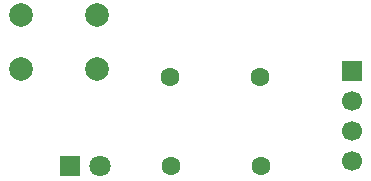
<source format=gbl>
%TF.GenerationSoftware,KiCad,Pcbnew,9.0.6*%
%TF.CreationDate,2025-12-25T12:08:50+01:00*%
%TF.ProjectId,mini_led_button,6d696e69-5f6c-4656-945f-627574746f6e,rev?*%
%TF.SameCoordinates,Original*%
%TF.FileFunction,Copper,L2,Bot*%
%TF.FilePolarity,Positive*%
%FSLAX46Y46*%
G04 Gerber Fmt 4.6, Leading zero omitted, Abs format (unit mm)*
G04 Created by KiCad (PCBNEW 9.0.6) date 2025-12-25 12:08:50*
%MOMM*%
%LPD*%
G01*
G04 APERTURE LIST*
%TA.AperFunction,ComponentPad*%
%ADD10C,1.600000*%
%TD*%
%TA.AperFunction,ComponentPad*%
%ADD11C,2.000000*%
%TD*%
%TA.AperFunction,ComponentPad*%
%ADD12R,1.800000X1.800000*%
%TD*%
%TA.AperFunction,ComponentPad*%
%ADD13C,1.800000*%
%TD*%
%TA.AperFunction,ComponentPad*%
%ADD14R,1.700000X1.700000*%
%TD*%
%TA.AperFunction,ComponentPad*%
%ADD15C,1.700000*%
%TD*%
G04 APERTURE END LIST*
D10*
%TO.P,R1,1*%
%TO.N,/D_IN*%
X149310000Y-99000000D03*
%TO.P,R1,2*%
%TO.N,GND*%
X141690000Y-99000000D03*
%TD*%
D11*
%TO.P,SW1,1,1*%
%TO.N,VCC*%
X129060000Y-93750000D03*
X135560000Y-93750000D03*
%TO.P,SW1,2,2*%
%TO.N,/D_IN*%
X129060000Y-98250000D03*
X135560000Y-98250000D03*
%TD*%
D12*
%TO.P,D1,1,K*%
%TO.N,GND*%
X133270000Y-106500000D03*
D13*
%TO.P,D1,2,A*%
%TO.N,Net-(D1-A)*%
X135810000Y-106500000D03*
%TD*%
D10*
%TO.P,R2,1*%
%TO.N,Net-(D1-A)*%
X141810000Y-106500000D03*
%TO.P,R2,2*%
%TO.N,/D_OUT*%
X149430000Y-106500000D03*
%TD*%
D14*
%TO.P,J1,1,Pin_1*%
%TO.N,VCC*%
X157120000Y-98460000D03*
D15*
%TO.P,J1,2,Pin_2*%
%TO.N,/D_IN*%
X157120000Y-101000000D03*
%TO.P,J1,3,Pin_3*%
%TO.N,/D_OUT*%
X157120000Y-103540000D03*
%TO.P,J1,4,Pin_4*%
%TO.N,GND*%
X157120000Y-106080000D03*
%TD*%
M02*

</source>
